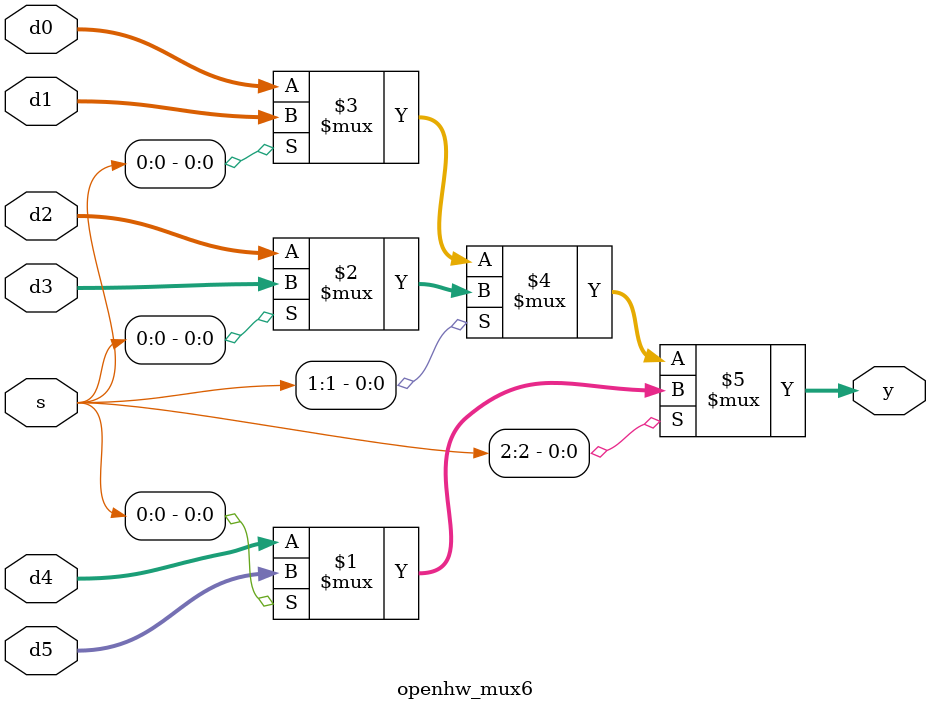
<source format=sv>

/* verilator lint_off DECLFILENAME */

module openhw_mux2 #(parameter WIDTH = 8) (
  input  logic [WIDTH-1:0] d0, d1, 
  input  logic             s, 
  output logic [WIDTH-1:0] y);

  assign y = s ? d1 : d0; 
endmodule

module openhw_mux3 #(parameter WIDTH = 8) (
  input  logic [WIDTH-1:0] d0, d1, d2,
  input  logic [1:0]       s, 
  output logic [WIDTH-1:0] y);

  assign y = s[1] ? d2 : (s[0] ? d1 : d0); // exclusion-tag: mux3
endmodule

module openhw_mux4 #(parameter WIDTH = 8) (
  input  logic [WIDTH-1:0] d0, d1, d2, d3,
  input  logic [1:0]       s, 
  output logic [WIDTH-1:0] y);

  assign y = s[1] ? (s[0] ? d3 : d2) : (s[0] ? d1 : d0); 
endmodule

module openhw_mux5 #(parameter WIDTH = 8) (
  input  logic [WIDTH-1:0] d0, d1, d2, d3, d4,
  input  logic [2:0]       s, 
  output logic [WIDTH-1:0] y);

  assign y = s[2] ? d4 : (s[1] ? (s[0] ? d3 : d2) : (s[0] ? d1 : d0)); 
endmodule

module openhw_mux6 #(parameter WIDTH = 8) (
  input  logic [WIDTH-1:0] d0, d1, d2, d3, d4, d5,
  input  logic [2:0]       s, 
  output logic [WIDTH-1:0] y);

  assign y = s[2] ? (s[0] ? d5 : d4) : (s[1] ? (s[0] ? d3 : d2) : (s[0] ? d1 : d0)); 
endmodule

/* verilator lint_on DECLFILENAME */

</source>
